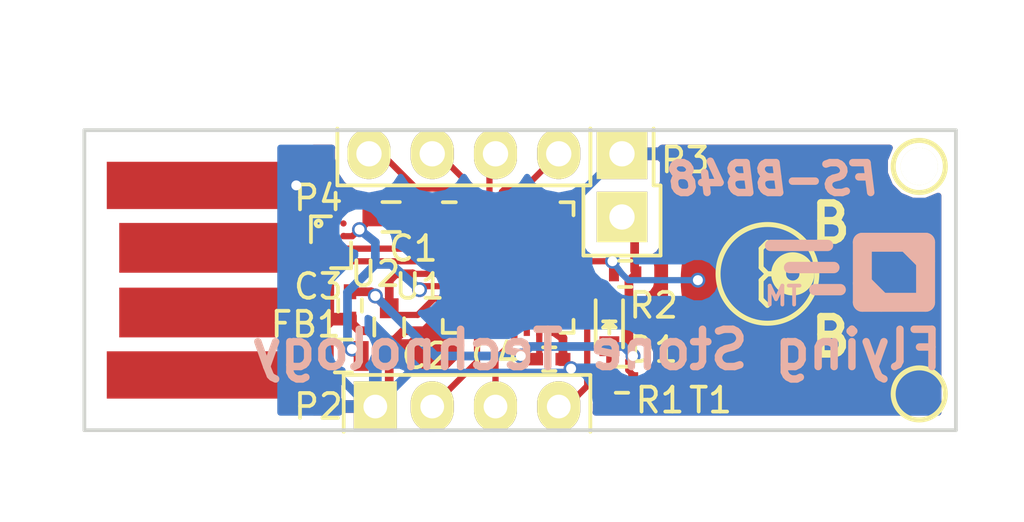
<source format=kicad_pcb>
(kicad_pcb (version 4) (host pcbnew 4.0.0~rc1a-stable)

  (general
    (links 37)
    (no_connects 0)
    (area 122.827 95.395 164.390619 116.799)
    (thickness 2)
    (drawings 20)
    (tracks 190)
    (zones 0)
    (modules 17)
    (nets 20)
  )

  (page A4)
  (layers
    (0 F.Cu signal)
    (31 B.Cu signal hide)
    (32 B.Adhes user)
    (33 F.Adhes user)
    (34 B.Paste user hide)
    (35 F.Paste user)
    (36 B.SilkS user hide)
    (37 F.SilkS user)
    (38 B.Mask user hide)
    (39 F.Mask user)
    (40 Dwgs.User user)
    (41 Cmts.User user)
    (42 Eco1.User user)
    (43 Eco2.User user)
    (44 Edge.Cuts user)
    (45 Margin user)
    (46 B.CrtYd user hide)
    (47 F.CrtYd user hide)
    (48 B.Fab user hide)
    (49 F.Fab user)
  )

  (setup
    (last_trace_width 0.25)
    (trace_clearance 0.2)
    (zone_clearance 0.508)
    (zone_45_only no)
    (trace_min 0.2)
    (segment_width 0.2)
    (edge_width 0.15)
    (via_size 0.6)
    (via_drill 0.4)
    (via_min_size 0.4)
    (via_min_drill 0.3)
    (uvia_size 0.3)
    (uvia_drill 0.1)
    (uvias_allowed no)
    (uvia_min_size 0.2)
    (uvia_min_drill 0.1)
    (pcb_text_width 0.3)
    (pcb_text_size 1.5 1.5)
    (mod_edge_width 0.15)
    (mod_text_size 1 1)
    (mod_text_width 0.15)
    (pad_size 2 2)
    (pad_drill 2)
    (pad_to_mask_clearance 0.2)
    (solder_mask_min_width 0.1)
    (aux_axis_origin 154.94 106.68)
    (grid_origin 154.94 106.68)
    (visible_elements 7FFFFBB7)
    (pcbplotparams
      (layerselection 0x010fc_80000001)
      (usegerberextensions false)
      (excludeedgelayer true)
      (linewidth 0.100000)
      (plotframeref false)
      (viasonmask false)
      (mode 1)
      (useauxorigin true)
      (hpglpennumber 1)
      (hpglpenspeed 20)
      (hpglpendiameter 15)
      (hpglpenoverlay 2)
      (psnegative false)
      (psa4output false)
      (plotreference true)
      (plotvalue false)
      (plotinvisibletext false)
      (padsonsilk false)
      (subtractmaskfromsilk false)
      (outputformat 1)
      (mirror false)
      (drillshape 0)
      (scaleselection 1)
      (outputdirectory tmp/))
  )

  (net 0 "")
  (net 1 GND)
  (net 2 +3V3)
  (net 3 "Net-(D1-Pad2)")
  (net 4 "Net-(U1-Pad1)")
  (net 5 /VBUS)
  (net 6 /LED)
  (net 7 /D+)
  (net 8 /D-)
  (net 9 /SWD_DIO)
  (net 10 /SWD_CLK)
  (net 11 /RESET)
  (net 12 /PTD4)
  (net 13 /PTD5)
  (net 14 /PTD6)
  (net 15 /PTD7)
  (net 16 /TOUCH)
  (net 17 /VBUS_)
  (net 18 /D+_)
  (net 19 /D-_)

  (net_class Default "This is the default net class."
    (clearance 0.2)
    (trace_width 0.25)
    (via_dia 0.6)
    (via_drill 0.4)
    (uvia_dia 0.3)
    (uvia_drill 0.1)
    (add_net /D+)
    (add_net /D+_)
    (add_net /D-)
    (add_net /D-_)
    (add_net /LED)
    (add_net /PTD4)
    (add_net /PTD5)
    (add_net /PTD6)
    (add_net /PTD7)
    (add_net /RESET)
    (add_net /SWD_CLK)
    (add_net /SWD_DIO)
    (add_net /TOUCH)
    (add_net /VBUS)
    (add_net /VBUS_)
    (add_net GND)
    (add_net "Net-(D1-Pad2)")
    (add_net "Net-(U1-Pad1)")
  )

  (net_class GND ""
    (clearance 0.2)
    (trace_width 0.7)
    (via_dia 0.6)
    (via_drill 0.4)
    (uvia_dia 0.3)
    (uvia_drill 0.1)
  )

  (net_class VBUS ""
    (clearance 0.2)
    (trace_width 0.35)
    (via_dia 0.6)
    (via_drill 0.4)
    (uvia_dia 0.3)
    (uvia_drill 0.1)
    (add_net +3V3)
  )

  (module fs-bb48:Pin_Header_Straight_1x04_A (layer F.Cu) (tedit 56988C5C) (tstamp 569977CF)
    (at 145.542 112.014 270)
    (descr "Through hole pin header")
    (tags "pin header")
    (path /56972C62)
    (fp_text reference P2 (at 0 9.652 360) (layer F.SilkS)
      (effects (font (size 1 1) (thickness 0.15)))
    )
    (fp_text value SWD (at 3.81 6.096 360) (layer F.Fab)
      (effects (font (size 1 1) (thickness 0.15)))
    )
    (fp_line (start -1.524 -1.524) (end -1.524 8.89) (layer F.CrtYd) (width 0.05))
    (fp_line (start 1.524 -1.524) (end 1.524 8.89) (layer F.CrtYd) (width 0.05))
    (fp_line (start -1.524 -1.524) (end 1.524 -1.524) (layer F.CrtYd) (width 0.05))
    (fp_line (start -1.524 8.89) (end 1.524 8.89) (layer F.CrtYd) (width 0.05))
    (fp_line (start -1.27 -1.27) (end -1.27 8.636) (layer F.SilkS) (width 0.15))
    (fp_line (start -1.27 8.636) (end 1.016 8.636) (layer F.SilkS) (width 0.15))
    (fp_line (start 1.016 -1.27) (end -1.27 -1.27) (layer F.SilkS) (width 0.15))
    (pad 4 thru_hole rect (at 0 7.366 270) (size 2.032 1.7272) (drill 0.9525) (layers *.Cu *.Mask F.SilkS)
      (net 1 GND))
    (pad 2 thru_hole oval (at 0 2.54 270) (size 2.032 1.7272) (drill 0.9525) (layers *.Cu *.Mask F.SilkS)
      (net 9 /SWD_DIO))
    (pad 3 thru_hole oval (at 0 5.08 270) (size 2.032 1.7272) (drill 0.9525) (layers *.Cu *.Mask F.SilkS)
      (net 10 /SWD_CLK))
    (pad 1 thru_hole oval (at 0 0 270) (size 2.032 1.7272) (drill 0.9525) (layers *.Cu *.Mask F.SilkS)
      (net 11 /RESET))
    (model Pin_Headers.3dshapes/Pin_Header_Straight_1x04.wrl
      (at (xyz 0 -0.15 0))
      (scale (xyz 1 1 1))
      (rotate (xyz 0 0 90))
    )
  )

  (module fs-bb48:Inductor_SM0603 (layer F.Cu) (tedit 5699A5F2) (tstamp 569977BC)
    (at 136.906 109.982)
    (descr "Neosid, Inductor, SM0603CG, Festinduktivitaet, SMD,")
    (tags "Neosid, Inductor, SM0603CG, Festinduktivitaet, SMD,")
    (path /5695EDFA)
    (attr smd)
    (fp_text reference FB1 (at -1.524 -1.27) (layer F.SilkS)
      (effects (font (size 1 1) (thickness 0.15)))
    )
    (fp_text value 330ohm (at -0.762 4.318) (layer F.Fab)
      (effects (font (size 1 1) (thickness 0.15)))
    )
    (fp_line (start -0.3556 0.6604) (end 0.3302 0.6604) (layer F.SilkS) (width 0.15))
    (fp_line (start -0.3556 -0.6604) (end 0.3302 -0.6604) (layer F.SilkS) (width 0.15))
    (fp_line (start -1.0668 -0.6604) (end 1.0668 -0.6604) (layer F.CrtYd) (width 0.05))
    (fp_line (start 1.0668 -0.6604) (end 1.0668 0.6604) (layer F.CrtYd) (width 0.05))
    (fp_line (start 1.0668 0.6604) (end -1.0668 0.6604) (layer F.CrtYd) (width 0.05))
    (fp_line (start -1.0668 0.6604) (end -1.0668 -0.6604) (layer F.CrtYd) (width 0.05))
    (pad 2 smd rect (at 0.70104 0) (size 0.59944 1.19888) (layers F.Cu F.Paste F.Mask)
      (net 5 /VBUS))
    (pad 1 smd rect (at -0.70104 0) (size 0.59944 1.19888) (layers F.Cu F.Paste F.Mask)
      (net 17 /VBUS_))
  )

  (module Capacitors_SMD:C_0402 (layer F.Cu) (tedit 56988C66) (tstamp 569977A5)
    (at 145.161 110.109)
    (descr "Capacitor SMD 0402, reflow soldering, AVX (see smccp.pdf)")
    (tags "capacitor 0402")
    (path /5695EAF1)
    (attr smd)
    (fp_text reference C4 (at -2.159 -0.127) (layer F.SilkS)
      (effects (font (size 1 1) (thickness 0.15)))
    )
    (fp_text value 0.1uF (at -0.381 5.715) (layer F.Fab)
      (effects (font (size 1 1) (thickness 0.15)))
    )
    (fp_line (start -1.15 -0.6) (end 1.15 -0.6) (layer F.CrtYd) (width 0.05))
    (fp_line (start -1.15 0.6) (end 1.15 0.6) (layer F.CrtYd) (width 0.05))
    (fp_line (start -1.15 -0.6) (end -1.15 0.6) (layer F.CrtYd) (width 0.05))
    (fp_line (start 1.15 -0.6) (end 1.15 0.6) (layer F.CrtYd) (width 0.05))
    (fp_line (start 0.25 -0.475) (end -0.25 -0.475) (layer F.SilkS) (width 0.15))
    (fp_line (start -0.25 0.475) (end 0.25 0.475) (layer F.SilkS) (width 0.15))
    (pad 1 smd rect (at -0.55 0) (size 0.6 0.5) (layers F.Cu F.Paste F.Mask)
      (net 2 +3V3))
    (pad 2 smd rect (at 0.55 0) (size 0.6 0.5) (layers F.Cu F.Paste F.Mask)
      (net 1 GND))
    (model Capacitors_SMD.3dshapes/C_0402.wrl
      (at (xyz 0 0 0))
      (scale (xyz 1 1 1))
      (rotate (xyz 0 0 0))
    )
  )

  (module fs-bb48:usb-PCB (layer F.Cu) (tedit 56988C1D) (tstamp 569A8BD0)
    (at 126.492 106.934 270)
    (path /56973BD9)
    (attr virtual)
    (fp_text reference P1 (at -7.112 -1.27 360) (layer F.SilkS) hide
      (effects (font (size 1.5 1.5) (thickness 0.15)))
    )
    (fp_text value USB (at -3.556 1.016 270) (layer F.SilkS) hide
      (effects (font (size 1.5 1.5) (thickness 0.15)))
    )
    (fp_line (start 6.03 0) (end 6.03 -12) (layer Dwgs.User) (width 0.15))
    (fp_line (start 6.03 0) (end -6.03 0) (layer Dwgs.User) (width 0.15))
    (fp_line (start -6.03 0) (end -6.03 -12) (layer Dwgs.User) (width 0.15))
    (pad 1 connect rect (at 3.81 -4.9 270) (size 1.9 8) (layers F.Cu F.Mask)
      (net 17 /VBUS_))
    (pad 4 connect rect (at -3.81 -4.9 270) (size 1.9 8) (layers F.Cu F.Mask)
      (net 1 GND))
    (pad 3 connect rect (at -1.3 -5.15 270) (size 2 7.5) (layers F.Cu F.Mask)
      (net 18 /D+_))
    (pad 2 connect rect (at 1.3 -5.15 270) (size 2 7.5) (layers F.Cu F.Mask)
      (net 19 /D-_))
  )

  (module fs-bb48:TOUCH_PAD_9mm (layer F.Cu) (tedit 5699A8DE) (tstamp 569A8C73)
    (at 154.94 106.934 270)
    (path /56972751)
    (fp_text reference T1 (at 4.826 3.302 360) (layer F.SilkS)
      (effects (font (size 1 1) (thickness 0.15)))
    )
    (fp_text value TOUCH_PAD (at -7.874 0 360) (layer F.Fab)
      (effects (font (size 1 1) (thickness 0.15)))
    )
    (pad 1 smd circle (at 0 0 270) (size 9 9) (layers F.Cu F.Paste F.Mask)
      (net 16 /TOUCH) (solder_mask_margin -9) (solder_paste_margin -9) (solder_paste_margin_ratio -0.5) (clearance 0.5))
  )

  (module fs-bb48:C_0603 (layer F.Cu) (tedit 5699A561) (tstamp 56997781)
    (at 138.811 104.394)
    (descr "Capacitor SMD 0603, reflow soldering, AVX (see smccp.pdf)")
    (tags "capacitor 0603")
    (path /5695EB00)
    (attr smd)
    (fp_text reference C1 (at 0.889 1.27) (layer F.SilkS)
      (effects (font (size 1 1) (thickness 0.15)))
    )
    (fp_text value 2.2uF (at 0.889 -7.874) (layer F.Fab)
      (effects (font (size 1 1) (thickness 0.15)))
    )
    (fp_line (start -1.45 -0.75) (end 1.45 -0.75) (layer F.CrtYd) (width 0.05))
    (fp_line (start -1.45 0.75) (end 1.45 0.75) (layer F.CrtYd) (width 0.05))
    (fp_line (start -1.45 -0.75) (end -1.45 0.75) (layer F.CrtYd) (width 0.05))
    (fp_line (start 1.45 -0.75) (end 1.45 0.75) (layer F.CrtYd) (width 0.05))
    (fp_line (start -0.35 -0.6) (end 0.35 -0.6) (layer F.SilkS) (width 0.15))
    (fp_line (start 0.35 0.6) (end -0.35 0.6) (layer F.SilkS) (width 0.15))
    (pad 1 smd rect (at -0.75 0) (size 0.8 0.75) (layers F.Cu F.Paste F.Mask)
      (net 5 /VBUS))
    (pad 2 smd rect (at 0.75 0) (size 0.8 0.75) (layers F.Cu F.Paste F.Mask)
      (net 1 GND))
    (model Capacitors_SMD.3dshapes/C_0603.wrl
      (at (xyz 0 0 0))
      (scale (xyz 1 1 1))
      (rotate (xyz 0 0 0))
    )
  )

  (module fs-bb48:C_0402 (layer F.Cu) (tedit 5699A5D0) (tstamp 56997799)
    (at 137.16 107.95 270)
    (descr "Capacitor SMD 0402, reflow soldering, AVX (see smccp.pdf)")
    (tags "capacitor 0402")
    (path /5695EAE2)
    (attr smd)
    (fp_text reference C3 (at -0.762 1.27 360) (layer F.SilkS)
      (effects (font (size 1 1) (thickness 0.15)))
    )
    (fp_text value 0.1uF (at 0 13.208 270) (layer F.Fab)
      (effects (font (size 1 1) (thickness 0.15)))
    )
    (fp_line (start -1.15 -0.6) (end 1.15 -0.6) (layer F.CrtYd) (width 0.05))
    (fp_line (start -1.15 0.6) (end 1.15 0.6) (layer F.CrtYd) (width 0.05))
    (fp_line (start -1.15 -0.6) (end -1.15 0.6) (layer F.CrtYd) (width 0.05))
    (fp_line (start 1.15 -0.6) (end 1.15 0.6) (layer F.CrtYd) (width 0.05))
    (fp_line (start 0.25 -0.475) (end -0.25 -0.475) (layer F.SilkS) (width 0.15))
    (fp_line (start -0.25 0.475) (end 0.25 0.475) (layer F.SilkS) (width 0.15))
    (pad 1 smd rect (at -0.55 0 270) (size 0.6 0.5) (layers F.Cu F.Paste F.Mask)
      (net 2 +3V3))
    (pad 2 smd rect (at 0.55 0 270) (size 0.6 0.5) (layers F.Cu F.Paste F.Mask)
      (net 1 GND))
    (model Capacitors_SMD.3dshapes/C_0402.wrl
      (at (xyz 0 0 0))
      (scale (xyz 1 1 1))
      (rotate (xyz 0 0 0))
    )
  )

  (module fs-bb48:C_0603 (layer F.Cu) (tedit 56988CD5) (tstamp 5699778D)
    (at 138.7348 108.8136 270)
    (descr "Capacitor SMD 0603, reflow soldering, AVX (see smccp.pdf)")
    (tags "capacitor 0603")
    (path /5695EAD3)
    (attr smd)
    (fp_text reference C2 (at 1.1684 -1.4732 360) (layer F.SilkS)
      (effects (font (size 1 1) (thickness 0.15)))
    )
    (fp_text value 2.2uF (at 2.1844 13.0048 270) (layer F.Fab)
      (effects (font (size 1 1) (thickness 0.15)))
    )
    (fp_line (start -1.45 -0.75) (end 1.45 -0.75) (layer F.CrtYd) (width 0.05))
    (fp_line (start -1.45 0.75) (end 1.45 0.75) (layer F.CrtYd) (width 0.05))
    (fp_line (start -1.45 -0.75) (end -1.45 0.75) (layer F.CrtYd) (width 0.05))
    (fp_line (start 1.45 -0.75) (end 1.45 0.75) (layer F.CrtYd) (width 0.05))
    (fp_line (start -0.35 -0.6) (end 0.35 -0.6) (layer F.SilkS) (width 0.15))
    (fp_line (start 0.35 0.6) (end -0.35 0.6) (layer F.SilkS) (width 0.15))
    (pad 1 smd rect (at -0.75 0 270) (size 0.8 0.75) (layers F.Cu F.Paste F.Mask)
      (net 2 +3V3))
    (pad 2 smd rect (at 0.75 0 270) (size 0.8 0.75) (layers F.Cu F.Paste F.Mask)
      (net 1 GND))
    (model Capacitors_SMD.3dshapes/C_0603.wrl
      (at (xyz 0 0 0))
      (scale (xyz 1 1 1))
      (rotate (xyz 0 0 0))
    )
  )

  (module fs-bb48:R_0402 (layer F.Cu) (tedit 56988CFB) (tstamp 5699780B)
    (at 148.209 106.68 180)
    (descr "Resistor SMD 0402, reflow soldering, Vishay (see dcrcw.pdf)")
    (tags "resistor 0402")
    (path /5695EEA4)
    (attr smd)
    (fp_text reference R2 (at -1.143 -1.27 180) (layer F.SilkS)
      (effects (font (size 1 1) (thickness 0.15)))
    )
    (fp_text value 1M (at -14.859 0 180) (layer F.Fab)
      (effects (font (size 1 1) (thickness 0.15)))
    )
    (fp_line (start -0.95 -0.65) (end 0.95 -0.65) (layer F.CrtYd) (width 0.05))
    (fp_line (start -0.95 0.65) (end 0.95 0.65) (layer F.CrtYd) (width 0.05))
    (fp_line (start -0.95 -0.65) (end -0.95 0.65) (layer F.CrtYd) (width 0.05))
    (fp_line (start 0.95 -0.65) (end 0.95 0.65) (layer F.CrtYd) (width 0.05))
    (fp_line (start 0.25 -0.525) (end -0.25 -0.525) (layer F.SilkS) (width 0.15))
    (fp_line (start -0.25 0.525) (end 0.25 0.525) (layer F.SilkS) (width 0.15))
    (pad 1 smd rect (at -0.45 0 180) (size 0.4 0.6) (layers F.Cu F.Paste F.Mask)
      (net 2 +3V3))
    (pad 2 smd rect (at 0.45 0 180) (size 0.4 0.6) (layers F.Cu F.Paste F.Mask)
      (net 16 /TOUCH))
    (model Resistors_SMD.3dshapes/R_0402.wrl
      (at (xyz 0 0 0))
      (scale (xyz 1 1 1))
      (rotate (xyz 0 0 0))
    )
  )

  (module fs-bb48:R_0402 (layer F.Cu) (tedit 5699A8E9) (tstamp 569977FF)
    (at 148.082 110.9345)
    (descr "Resistor SMD 0402, reflow soldering, Vishay (see dcrcw.pdf)")
    (tags "resistor 0402")
    (path /5695EE95)
    (attr smd)
    (fp_text reference R1 (at 1.524 0.8255) (layer F.SilkS)
      (effects (font (size 1 1) (thickness 0.15)))
    )
    (fp_text value 510R (at 2.54 4.8895) (layer F.Fab)
      (effects (font (size 1 1) (thickness 0.15)))
    )
    (fp_line (start -0.95 -0.65) (end 0.95 -0.65) (layer F.CrtYd) (width 0.05))
    (fp_line (start -0.95 0.65) (end 0.95 0.65) (layer F.CrtYd) (width 0.05))
    (fp_line (start -0.95 -0.65) (end -0.95 0.65) (layer F.CrtYd) (width 0.05))
    (fp_line (start 0.95 -0.65) (end 0.95 0.65) (layer F.CrtYd) (width 0.05))
    (fp_line (start 0.25 -0.525) (end -0.25 -0.525) (layer F.SilkS) (width 0.15))
    (fp_line (start -0.25 0.525) (end 0.25 0.525) (layer F.SilkS) (width 0.15))
    (pad 1 smd rect (at -0.45 0) (size 0.4 0.6) (layers F.Cu F.Paste F.Mask)
      (net 3 "Net-(D1-Pad2)"))
    (pad 2 smd rect (at 0.45 0) (size 0.4 0.6) (layers F.Cu F.Paste F.Mask)
      (net 2 +3V3))
    (model Resistors_SMD.3dshapes/R_0402.wrl
      (at (xyz 0 0 0))
      (scale (xyz 1 1 1))
      (rotate (xyz 0 0 0))
    )
  )

  (module fs-bb48:LED-0603 (layer F.Cu) (tedit 56988D06) (tstamp 569977B6)
    (at 147.574 108.839 270)
    (descr "LED 0603 smd package")
    (tags "LED led 0603 SMD smd SMT smt smdled SMDLED smtled SMTLED")
    (path /5695EE84)
    (attr smd)
    (fp_text reference D1 (at 0.889 -1.778 360) (layer F.SilkS)
      (effects (font (size 1 1) (thickness 0.15)))
    )
    (fp_text value LED (at 0.381 -15.494 270) (layer F.Fab)
      (effects (font (size 1 1) (thickness 0.15)))
    )
    (fp_line (start -1.1 0.55) (end 0.8 0.55) (layer F.SilkS) (width 0.15))
    (fp_line (start -1.1 -0.55) (end 0.8 -0.55) (layer F.SilkS) (width 0.15))
    (fp_line (start -0.2 0) (end 0.25 0) (layer F.SilkS) (width 0.15))
    (fp_line (start -0.25 -0.25) (end -0.25 0.25) (layer F.SilkS) (width 0.15))
    (fp_line (start -0.25 0) (end 0 -0.25) (layer F.SilkS) (width 0.15))
    (fp_line (start 0 -0.25) (end 0 0.25) (layer F.SilkS) (width 0.15))
    (fp_line (start 0 0.25) (end -0.25 0) (layer F.SilkS) (width 0.15))
    (fp_line (start 1.4 -0.75) (end 1.4 0.75) (layer F.CrtYd) (width 0.05))
    (fp_line (start 1.4 0.75) (end -1.4 0.75) (layer F.CrtYd) (width 0.05))
    (fp_line (start -1.4 0.75) (end -1.4 -0.75) (layer F.CrtYd) (width 0.05))
    (fp_line (start -1.4 -0.75) (end 1.4 -0.75) (layer F.CrtYd) (width 0.05))
    (pad 2 smd rect (at 0.7493 0 90) (size 0.79756 0.79756) (layers F.Cu F.Paste F.Mask)
      (net 3 "Net-(D1-Pad2)"))
    (pad 1 smd rect (at -0.7493 0 90) (size 0.79756 0.79756) (layers F.Cu F.Paste F.Mask)
      (net 6 /LED))
  )

  (module fs-bb48:Pin_Header_Straight_1x02 (layer F.Cu) (tedit 5699A4EC) (tstamp 569977E0)
    (at 148.082 104.394 180)
    (descr "Through hole pin header")
    (tags "pin header")
    (path /5697320D)
    (fp_text reference P3 (at -2.54 2.286 180) (layer F.SilkS)
      (effects (font (size 1 1) (thickness 0.15)))
    )
    (fp_text value PWR (at -0.508 7.874 180) (layer F.Fab)
      (effects (font (size 1 1) (thickness 0.15)))
    )
    (fp_line (start 1.27 1.27) (end 1.524 1.27) (layer F.SilkS) (width 0.15))
    (fp_line (start -1.524 1.27) (end -1.27 1.27) (layer F.SilkS) (width 0.15))
    (fp_line (start 1.27 1.27) (end 1.27 3.556) (layer F.SilkS) (width 0.15))
    (fp_line (start 1.55 -1.55) (end 1.55 1.27) (layer F.SilkS) (width 0.15))
    (fp_line (start -1.524 -1.524) (end -1.524 4.064) (layer F.CrtYd) (width 0.05))
    (fp_line (start 1.524 -1.524) (end 1.524 4.064) (layer F.CrtYd) (width 0.05))
    (fp_line (start -1.524 -1.524) (end 1.524 -1.524) (layer F.CrtYd) (width 0.05))
    (fp_line (start -1.524 4.064) (end 1.524 4.064) (layer F.CrtYd) (width 0.05))
    (fp_line (start -1.55 1.27) (end -1.55 -1.55) (layer F.SilkS) (width 0.15))
    (fp_line (start -1.55 -1.55) (end 1.55 -1.55) (layer F.SilkS) (width 0.15))
    (fp_line (start -1.27 1.27) (end -1.27 3.556) (layer F.SilkS) (width 0.15))
    (pad 1 thru_hole rect (at 0 0 180) (size 2.032 2.032) (drill 1.016) (layers *.Cu *.Mask F.SilkS)
      (net 2 +3V3))
    (pad 2 thru_hole rect (at 0 2.54 180) (size 2.032 2.032) (drill 1.016) (layers *.Cu *.Mask F.SilkS)
      (net 1 GND))
    (model Pin_Headers.3dshapes/Pin_Header_Straight_1x02.wrl
      (at (xyz 0 -0.05 0))
      (scale (xyz 1 1 1))
      (rotate (xyz 0 0 90))
    )
  )

  (module fs-bb48:Pin_Header_Straight_1x04 (layer F.Cu) (tedit 5699A5AC) (tstamp 569977F3)
    (at 145.542 101.854 270)
    (descr "Through hole pin header")
    (tags "pin header")
    (path /56973E49)
    (fp_text reference P4 (at 1.778 9.652 360) (layer F.SilkS)
      (effects (font (size 1 1) (thickness 0.15)))
    )
    (fp_text value EXT (at -2.794 0.762 360) (layer F.Fab)
      (effects (font (size 1 1) (thickness 0.15)))
    )
    (fp_line (start -1.524 -1.524) (end -1.524 9.144) (layer F.CrtYd) (width 0.05))
    (fp_line (start 1.524 -1.524) (end 1.524 9.144) (layer F.CrtYd) (width 0.05))
    (fp_line (start -1.524 -1.524) (end 1.524 -1.524) (layer F.CrtYd) (width 0.05))
    (fp_line (start -1.524 9.144) (end 1.524 9.144) (layer F.CrtYd) (width 0.05))
    (fp_line (start 1.27 -1.27) (end 1.27 8.89) (layer F.SilkS) (width 0.15))
    (fp_line (start -1.016 8.89) (end 1.27 8.89) (layer F.SilkS) (width 0.15))
    (fp_line (start 1.27 -1.27) (end -1.016 -1.27) (layer F.SilkS) (width 0.15))
    (pad 1 thru_hole oval (at 0 0 270) (size 2.032 1.7272) (drill 1.016) (layers *.Cu *.Mask F.SilkS)
      (net 12 /PTD4))
    (pad 2 thru_hole oval (at 0 2.54 270) (size 2.032 1.7272) (drill 1.016) (layers *.Cu *.Mask F.SilkS)
      (net 13 /PTD5))
    (pad 3 thru_hole oval (at 0 5.08 270) (size 2.032 1.7272) (drill 1.016) (layers *.Cu *.Mask F.SilkS)
      (net 14 /PTD6))
    (pad 4 thru_hole oval (at 0 7.62 270) (size 2.032 1.7272) (drill 1.016) (layers *.Cu *.Mask F.SilkS)
      (net 15 /PTD7))
    (model Pin_Headers.3dshapes/Pin_Header_Straight_1x04.wrl
      (at (xyz 0 -0.15 0))
      (scale (xyz 1 1 1))
      (rotate (xyz 0 0 90))
    )
  )

  (module fs-bb48:FST-LOGO (layer B.Cu) (tedit 4E9F9552) (tstamp 569B1538)
    (at 159.004 106.68 180)
    (fp_text reference FST-LOGO (at 0 1.27 180) (layer B.SilkS) hide
      (effects (font (size 0.1524 0.1524) (thickness 0.0381)) (justify mirror))
    )
    (fp_text value VAL** (at 0 -1.143 180) (layer B.SilkS) hide
      (effects (font (size 0.20574 0.2032) (thickness 0.0508)) (justify mirror))
    )
    (fp_line (start 2.413 0.254) (end 4.191 0.254) (layer B.SilkS) (width 0.4572))
    (fp_line (start 2.667 1.143) (end 4.953 1.143) (layer B.SilkS) (width 0.4572))
    (fp_line (start 2.159 -0.635) (end 3.175 -0.635) (layer B.SilkS) (width 0.4572))
    (fp_line (start -1.27 1.27) (end 1.27 1.27) (layer B.SilkS) (width 0.762))
    (fp_line (start 1.27 1.27) (end 1.27 -1.143) (layer B.SilkS) (width 0.762))
    (fp_line (start 1.27 -1.143) (end -1.27 -1.143) (layer B.SilkS) (width 0.762))
    (fp_line (start -1.27 -1.143) (end -1.27 1.27) (layer B.SilkS) (width 0.762))
    (fp_line (start 1.27 -0.381) (end 0.508 -1.143) (layer B.SilkS) (width 0.762))
    (fp_line (start -0.508 1.27) (end -1.27 0.508) (layer B.SilkS) (width 0.762))
    (fp_text user TM (at 4.445 -0.889 180) (layer B.SilkS)
      (effects (font (size 0.762 0.762) (thickness 0.1524)) (justify mirror))
    )
  )

  (module fs-bb48:Hole (layer F.Cu) (tedit 5698A3F5) (tstamp 569D3A4C)
    (at 160.02 102.362)
    (fp_text reference H1 (at 2.54 1.524) (layer F.SilkS) hide
      (effects (font (size 1 1) (thickness 0.15)))
    )
    (fp_text value 2mm (at 2.032 -1.27) (layer F.Fab) hide
      (effects (font (size 1 1) (thickness 0.15)))
    )
    (pad "" np_thru_hole circle (at 0 0) (size 1.5 1.5) (drill 1.5) (layers *.Cu *.Mask F.SilkS))
  )

  (module fs-bb48:QFN-32-1EP_5x5mm_Pitch0.5mm (layer F.Cu) (tedit 5699A59D) (tstamp 5699783E)
    (at 143.51 106.426)
    (descr "UH Package; 32-Lead Plastic QFN (5mm x 5mm); (see Linear Technology QFN_32_05-08-1693.pdf)")
    (tags "QFN 0.5")
    (path /568F7373)
    (attr smd)
    (fp_text reference U1 (at -3.556 0.762) (layer F.SilkS)
      (effects (font (size 1 1) (thickness 0.15)))
    )
    (fp_text value MKL27Z256VFM4 (at 2.54 7.874) (layer F.Fab)
      (effects (font (size 1 1) (thickness 0.15)))
    )
    (fp_line (start -3 -3) (end -3 3) (layer F.CrtYd) (width 0.05))
    (fp_line (start 3 -3) (end 3 3) (layer F.CrtYd) (width 0.05))
    (fp_line (start -3 -3) (end 3 -3) (layer F.CrtYd) (width 0.05))
    (fp_line (start -3 3) (end 3 3) (layer F.CrtYd) (width 0.05))
    (fp_line (start 2.625 -2.625) (end 2.625 -2.1) (layer F.SilkS) (width 0.15))
    (fp_line (start -2.625 2.625) (end -2.625 2.1) (layer F.SilkS) (width 0.15))
    (fp_line (start 2.625 2.625) (end 2.625 2.1) (layer F.SilkS) (width 0.15))
    (fp_line (start -2.625 -2.625) (end -2.1 -2.625) (layer F.SilkS) (width 0.15))
    (fp_line (start -2.625 2.625) (end -2.1 2.625) (layer F.SilkS) (width 0.15))
    (fp_line (start 2.625 2.625) (end 2.1 2.625) (layer F.SilkS) (width 0.15))
    (fp_line (start 2.625 -2.625) (end 2.1 -2.625) (layer F.SilkS) (width 0.15))
    (pad 1 smd rect (at -2.4 -1.75) (size 0.6 0.25) (layers F.Cu F.Paste F.Mask)
      (net 4 "Net-(U1-Pad1)") (solder_mask_margin 0.3))
    (pad 2 smd rect (at -2.4 -1.25) (size 0.7 0.25) (layers F.Cu F.Paste F.Mask)
      (net 1 GND))
    (pad 3 smd rect (at -2.4 -0.75) (size 0.7 0.25) (layers F.Cu F.Paste F.Mask)
      (net 7 /D+))
    (pad 4 smd rect (at -2.4 -0.25) (size 0.7 0.25) (layers F.Cu F.Paste F.Mask)
      (net 8 /D-))
    (pad 5 smd rect (at -2.4 0.25) (size 0.7 0.25) (layers F.Cu F.Paste F.Mask)
      (net 2 +3V3))
    (pad 6 smd rect (at -2.4 0.75) (size 0.7 0.25) (layers F.Cu F.Paste F.Mask)
      (net 5 /VBUS))
    (pad 7 smd rect (at -2.4 1.25) (size 0.7 0.25) (layers F.Cu F.Paste F.Mask)
      (net 2 +3V3))
    (pad 8 smd rect (at -2.4 1.75) (size 0.7 0.25) (layers F.Cu F.Paste F.Mask)
      (net 1 GND))
    (pad 9 smd rect (at -1.75 2.4 90) (size 0.6 0.25) (layers F.Cu F.Paste F.Mask)
      (solder_mask_margin 0.3))
    (pad 10 smd rect (at -1.25 2.4 90) (size 0.7 0.25) (layers F.Cu F.Paste F.Mask)
      (net 10 /SWD_CLK))
    (pad 11 smd rect (at -0.75 2.4 90) (size 0.7 0.25) (layers F.Cu F.Paste F.Mask))
    (pad 12 smd rect (at -0.25 2.4 90) (size 0.7 0.25) (layers F.Cu F.Paste F.Mask))
    (pad 13 smd rect (at 0.25 2.4 90) (size 0.7 0.25) (layers F.Cu F.Paste F.Mask)
      (net 9 /SWD_DIO))
    (pad 14 smd rect (at 0.75 2.4 90) (size 0.7 0.25) (layers F.Cu F.Paste F.Mask))
    (pad 15 smd rect (at 1.25 2.4 90) (size 0.7 0.25) (layers F.Cu F.Paste F.Mask)
      (net 2 +3V3))
    (pad 16 smd rect (at 1.75 2.4 90) (size 0.7 0.25) (layers F.Cu F.Paste F.Mask)
      (net 1 GND))
    (pad 17 smd rect (at 2.4 1.75) (size 0.6 0.25) (layers F.Cu F.Paste F.Mask)
      (solder_mask_margin 0.3))
    (pad 18 smd rect (at 2.4 1.25) (size 0.7 0.25) (layers F.Cu F.Paste F.Mask))
    (pad 19 smd rect (at 2.4 0.75) (size 0.7 0.25) (layers F.Cu F.Paste F.Mask)
      (net 11 /RESET))
    (pad 20 smd rect (at 2.4 0.25) (size 0.7 0.25) (layers F.Cu F.Paste F.Mask)
      (net 6 /LED))
    (pad 21 smd rect (at 2.4 -0.25) (size 0.7 0.25) (layers F.Cu F.Paste F.Mask)
      (net 16 /TOUCH))
    (pad 22 smd rect (at 2.4 -0.75) (size 0.7 0.25) (layers F.Cu F.Paste F.Mask))
    (pad 23 smd rect (at 2.4 -1.25) (size 0.7 0.25) (layers F.Cu F.Paste F.Mask))
    (pad 24 smd rect (at 2.4 -1.75) (size 0.7 0.25) (layers F.Cu F.Paste F.Mask))
    (pad 25 smd rect (at 1.75 -2.4 90) (size 0.6 0.25) (layers F.Cu F.Paste F.Mask)
      (solder_mask_margin 0.3))
    (pad 26 smd rect (at 1.25 -2.4 90) (size 0.7 0.25) (layers F.Cu F.Paste F.Mask))
    (pad 27 smd rect (at 0.75 -2.4 90) (size 0.7 0.25) (layers F.Cu F.Paste F.Mask))
    (pad 28 smd rect (at 0.25 -2.4 90) (size 0.7 0.25) (layers F.Cu F.Paste F.Mask))
    (pad 29 smd rect (at -0.25 -2.4 90) (size 0.7 0.25) (layers F.Cu F.Paste F.Mask)
      (net 12 /PTD4))
    (pad 30 smd rect (at -0.75 -2.4 90) (size 0.7 0.25) (layers F.Cu F.Paste F.Mask)
      (net 13 /PTD5))
    (pad 31 smd rect (at -1.25 -2.4 90) (size 0.7 0.25) (layers F.Cu F.Paste F.Mask)
      (net 14 /PTD6))
    (pad 32 smd rect (at -1.75 -2.4 90) (size 0.7 0.25) (layers F.Cu F.Paste F.Mask)
      (net 15 /PTD7))
    (pad 33 smd rect (at 0.8625 0.8625) (size 1.525 1.525) (layers F.Cu F.Paste F.Mask)
      (solder_mask_margin 0.25) (solder_paste_margin_ratio -0.1))
    (pad 33 smd rect (at 0.8625 -0.8625) (size 1.525 1.525) (layers F.Cu F.Paste F.Mask)
      (solder_mask_margin 0.25) (solder_paste_margin_ratio -0.1))
    (pad 33 smd rect (at -0.8625 0.8625) (size 1.525 1.525) (layers F.Cu F.Paste F.Mask)
      (solder_mask_margin 0.25) (solder_paste_margin_ratio -0.1))
    (pad 33 smd rect (at -0.8625 -0.8625) (size 1.525 1.525) (layers F.Cu F.Paste F.Mask)
      (solder_mask_margin 0.25) (solder_paste_margin_ratio -0.1))
    (model Housings_DFN_QFN.3dshapes/QFN-32-1EP_5x5mm_Pitch0.5mm.wrl
      (at (xyz 0 0 0))
      (scale (xyz 1 1 1))
      (rotate (xyz 0 0 0))
    )
  )

  (module fs-bb48:BGA-11 (layer F.Cu) (tedit 5699A57C) (tstamp 569A8957)
    (at 136.398 105.41)
    (path /5695E3AB)
    (fp_text reference U2 (at 1.778 1.27) (layer F.SilkS)
      (effects (font (size 1 1) (thickness 0.15)))
    )
    (fp_text value EMIF02-USB03F2 (at 0 -6.35) (layer F.Fab)
      (effects (font (size 1 1) (thickness 0.15)))
    )
    (fp_line (start -0.7366 0.9779) (end 0.7366 0.9779) (layer F.CrtYd) (width 0.05))
    (fp_line (start 0.7366 0.9779) (end 0.7366 -1.0033) (layer F.CrtYd) (width 0.05))
    (fp_line (start 0.7366 -1.0033) (end -0.7366 -1.0033) (layer F.CrtYd) (width 0.05))
    (fp_line (start -0.7366 -1.0033) (end -0.7366 0.9779) (layer F.CrtYd) (width 0.05))
    (fp_circle (center -0.5 -0.7555) (end -0.54 -0.7355) (layer F.SilkS) (width 0.15))
    (fp_line (start -0.8062 -1.0417) (end 0 -1.0417) (layer F.SilkS) (width 0.15))
    (fp_line (start 0.8062 -0.0005) (end 0.8062 1.0407) (layer F.SilkS) (width 0.15))
    (fp_line (start 0.8062 1.0407) (end 0 1.0407) (layer F.SilkS) (width 0.15))
    (fp_line (start -0.8062 -0.0005) (end -0.8062 -1.0417) (layer F.SilkS) (width 0.15))
    (pad C3 smd circle (at 0.5 0.2445) (size 0.25 0.25) (layers F.Cu F.Paste F.Mask)
      (net 7 /D+) (solder_mask_margin 0.13) (solder_paste_margin 0.025) (clearance 0.05))
    (pad D3 smd circle (at 0.5 0.7445) (size 0.25 0.25) (layers F.Cu F.Paste F.Mask)
      (net 8 /D-) (solder_mask_margin 0.13) (solder_paste_margin 0.025) (clearance 0.05))
    (pad B3 smd circle (at 0.5 -0.2555) (size 0.25 0.25) (layers F.Cu F.Paste F.Mask)
      (net 5 /VBUS) (solder_mask_margin 0.13) (solder_paste_margin 0.025) (clearance 0.05))
    (pad A3 smd circle (at 0.5 -0.7555) (size 0.25 0.25) (layers F.Cu F.Paste F.Mask)
      (solder_mask_margin 0.13) (solder_paste_margin 0.025) (clearance 0.05))
    (pad A2 smd circle (at 0 -0.7555) (size 0.25 0.25) (layers F.Cu F.Paste F.Mask)
      (solder_mask_margin 0.13) (solder_paste_margin 0.025) (clearance 0.05))
    (pad B2 smd circle (at 0 -0.2555) (size 0.25 0.25) (layers F.Cu F.Paste F.Mask)
      (solder_mask_margin 0.13) (solder_paste_margin 0.025) (clearance 0.05))
    (pad C1 smd circle (at -0.5 0.2445) (size 0.25 0.25) (layers F.Cu F.Paste F.Mask)
      (net 18 /D+_) (solder_mask_margin 0.13) (solder_paste_margin 0.025) (clearance 0.05))
    (pad D1 smd circle (at -0.5 0.7445) (size 0.25 0.25) (layers F.Cu F.Paste F.Mask)
      (net 19 /D-_) (solder_mask_margin 0.13) (solder_paste_margin 0.025) (clearance 0.05))
    (pad D2 smd circle (at 0 0.7445) (size 0.25 0.25) (layers F.Cu F.Paste F.Mask)
      (net 1 GND) (solder_mask_margin 0.13) (solder_paste_margin 0.025) (clearance 0.05))
    (pad C2 smd circle (at 0 0.2445) (size 0.25 0.25) (layers F.Cu F.Paste F.Mask)
      (solder_mask_margin 0.13) (solder_paste_margin 0.025) (clearance 0.05))
    (pad B1 smd circle (at -0.5 -0.2555) (size 0.25 0.25) (layers F.Cu F.Paste F.Mask)
      (solder_mask_margin 0.13) (solder_paste_margin 0.025) (clearance 0.05))
  )

  (gr_circle (center 154.94 106.68) (end 155.194 107.188) (layer F.SilkS) (width 0.6))
  (gr_line (start 153.67 107.696) (end 153.924 107.95) (angle 90) (layer F.SilkS) (width 0.2))
  (gr_line (start 153.67 106.934) (end 153.67 107.696) (angle 90) (layer F.SilkS) (width 0.2))
  (gr_line (start 153.924 106.68) (end 153.67 106.934) (angle 90) (layer F.SilkS) (width 0.2))
  (gr_line (start 154.178 106.68) (end 153.924 106.68) (angle 90) (layer F.SilkS) (width 0.2))
  (gr_line (start 153.67 105.664) (end 153.924 105.41) (angle 90) (layer F.SilkS) (width 0.2))
  (gr_line (start 153.67 106.426) (end 153.67 105.664) (angle 90) (layer F.SilkS) (width 0.2))
  (gr_line (start 153.924 106.68) (end 153.67 106.426) (angle 90) (layer F.SilkS) (width 0.2))
  (gr_line (start 154.178 106.68) (end 153.924 106.68) (angle 90) (layer F.SilkS) (width 0.2))
  (gr_text B (at 156.464 109.22) (layer F.SilkS)
    (effects (font (size 1.5 1.5) (thickness 0.3)))
  )
  (gr_text B (at 156.464 104.648) (layer F.SilkS)
    (effects (font (size 1.5 1.5) (thickness 0.3)))
  )
  (gr_circle (center 153.924 106.68) (end 155.194 108.204) (layer F.SilkS) (width 0.2))
  (gr_text FS-BB48 (at 154.178 102.87) (layer B.SilkS)
    (effects (font (size 1.2 1.2) (thickness 0.3) italic) (justify mirror))
  )
  (gr_text "Flying Stone Technology" (at 147.066 109.728) (layer B.SilkS)
    (effects (font (size 1.5 1.5) (thickness 0.3)) (justify mirror))
  )
  (gr_circle (center 160.02 102.362) (end 159.004 102.108) (layer F.SilkS) (width 0.2) (tstamp 569A8E48))
  (gr_circle (center 160.02 111.506) (end 159.004 111.252) (layer F.SilkS) (width 0.2))
  (gr_line (start 161.492 112.964) (end 126.492 112.964) (angle 90) (layer Edge.Cuts) (width 0.15))
  (gr_line (start 161.492 100.904) (end 161.492 112.964) (angle 90) (layer Edge.Cuts) (width 0.15))
  (gr_line (start 126.492 100.904) (end 161.492 100.904) (angle 90) (layer Edge.Cuts) (width 0.15))
  (gr_line (start 126.492 112.964) (end 126.492 100.904) (angle 90) (layer Edge.Cuts) (width 0.15))

  (segment (start 139.561 104.394) (end 139.567033 104.010906) (width 0.25) (layer F.Cu) (net 1))
  (segment (start 139.192 103.632) (end 136.906 103.632) (width 0.25) (layer F.Cu) (net 1) (tstamp 56996541))
  (segment (start 139.192 103.632) (end 136.906 103.632) (width 0.35) (layer F.Cu) (net 1) (tstamp 56996520))
  (segment (start 136.906 103.632) (end 136.779 103.759) (width 0.35) (layer F.Cu) (net 1) (tstamp 56996544))
  (segment (start 136.779 103.759) (end 132.969 103.759) (width 0.35) (layer F.Cu) (net 1) (tstamp 56996598))
  (segment (start 132.969 103.759) (end 132.969 103.759) (width 0.35) (layer F.Cu) (net 1) (tstamp 569965A6))
  (segment (start 132.969 103.759) (end 131.953 103.124) (width 0.35) (layer F.Cu) (net 1) (tstamp 5699659E))
  (segment (start 139.635246 104.065927) (end 139.260213 103.687021) (width 0.35) (layer F.Cu) (net 1) (tstamp 5699651F))
  (segment (start 131.953 103.124) (end 131.392 103.124) (width 0.35) (layer F.Cu) (net 1) (tstamp 56996521))
  (segment (start 131.392 103.124) (end 135.001 103.124) (width 0.25) (layer F.Cu) (net 1))
  (via (at 135.001 103.124) (size 0.6) (drill 0.4) (layers F.Cu B.Cu) (net 1))
  (segment (start 146.0373 110.49) (end 146.0373 110.4353) (width 0.25) (layer F.Cu) (net 1))
  (segment (start 146.0373 110.4353) (end 145.711 110.109) (width 0.25) (layer F.Cu) (net 1) (tstamp 5699639D))
  (segment (start 139.8143 105.1433) (end 139.8143 104.6473) (width 0.25) (layer F.Cu) (net 1))
  (segment (start 139.8143 104.6473) (end 139.561 104.394) (width 0.25) (layer F.Cu) (net 1) (tstamp 5699633F))
  (segment (start 139.573 104.902) (end 139.8143 105.1433) (width 0.25) (layer F.Cu) (net 1))
  (segment (start 139.8143 105.1433) (end 139.847 105.176) (width 0.25) (layer F.Cu) (net 1) (tstamp 5699633D))
  (segment (start 139.573 104.406) (end 139.573 104.902) (width 0.25) (layer F.Cu) (net 1) (tstamp 569962D5))
  (segment (start 139.847 105.176) (end 141.11 105.176) (width 0.25) (layer F.Cu) (net 1))
  (segment (start 139.561 104.394) (end 139.319 104.636) (width 0.25) (layer F.Cu) (net 1) (tstamp 56996321))
  (segment (start 139.4848 104.394) (end 139.561 104.394) (width 0.25) (layer F.Cu) (net 1) (tstamp 56996320))
  (segment (start 139.561 104.394) (end 139.4848 104.394) (width 0.25) (layer F.Cu) (net 1) (tstamp 5699631F))
  (segment (start 139.319 104.636) (end 139.561 104.394) (width 0.25) (layer F.Cu) (net 1) (tstamp 56996322))
  (segment (start 141.11 105.176) (end 140.5636 105.176) (width 0.25) (layer F.Cu) (net 1))
  (segment (start 139.9994 105.176) (end 139.561 104.7376) (width 0.25) (layer F.Cu) (net 1) (tstamp 56996319))
  (segment (start 140.5636 105.176) (end 139.9994 105.176) (width 0.25) (layer F.Cu) (net 1) (tstamp 5699631C))
  (segment (start 139.561 104.7376) (end 139.561 104.394) (width 0.25) (layer F.Cu) (net 1) (tstamp 5699631A))
  (segment (start 139.561 104.1788) (end 139.561 104.394) (width 0.35) (layer F.Cu) (net 1) (tstamp 5699630D))
  (segment (start 139.573 104.406) (end 139.561 104.394) (width 0.25) (layer F.Cu) (net 1) (tstamp 569962D6))
  (via (at 146.0373 110.49) (size 0.6) (drill 0.4) (layers F.Cu B.Cu) (net 1))
  (segment (start 146.0373 110.49) (end 146.1643 110.617) (width 0.25) (layer B.Cu) (net 1) (tstamp 56995B77))
  (segment (start 146.1643 110.617) (end 139.573 110.617) (width 0.25) (layer B.Cu) (net 1) (tstamp 56995B78))
  (segment (start 139.573 110.617) (end 138.176 112.014) (width 0.35) (layer B.Cu) (net 1) (tstamp 56995B79))
  (segment (start 139.561 104.636) (end 139.561 104.394) (width 0.25) (layer F.Cu) (net 1) (tstamp 56995BF8))
  (segment (start 137.16 108.5) (end 136.567 108.5) (width 0.25) (layer F.Cu) (net 1))
  (segment (start 136.398 108.331) (end 136.398 106.1545) (width 0.25) (layer F.Cu) (net 1) (tstamp 56995BD5))
  (segment (start 136.567 108.5) (end 136.398 108.331) (width 0.25) (layer F.Cu) (net 1) (tstamp 56995BD4))
  (segment (start 137.16 108.5) (end 137.16 108.585) (width 0.25) (layer F.Cu) (net 1))
  (segment (start 137.16 108.585) (end 137.541 108.966) (width 0.35) (layer F.Cu) (net 1) (tstamp 56995BD0))
  (segment (start 138.1372 108.966) (end 138.7348 109.5636) (width 0.35) (layer F.Cu) (net 1) (tstamp 56995BD2))
  (segment (start 137.541 108.966) (end 138.1372 108.966) (width 0.35) (layer F.Cu) (net 1) (tstamp 56995BD1))
  (segment (start 138.7348 109.5636) (end 138.684 109.601) (width 0.25) (layer F.Cu) (net 1))
  (segment (start 138.684 109.601) (end 139.319 108.966) (width 0.35) (layer F.Cu) (net 1) (tstamp 56995B6E))
  (segment (start 139.319 108.966) (end 140.081 108.966) (width 0.35) (layer F.Cu) (net 1) (tstamp 56995B6F))
  (segment (start 140.081 108.966) (end 140.871 108.176) (width 0.25) (layer F.Cu) (net 1) (tstamp 56995B70))
  (segment (start 140.871 108.176) (end 141.11 108.176) (width 0.25) (layer F.Cu) (net 1) (tstamp 56995B71))
  (segment (start 138.7348 109.5636) (end 138.7348 111.4552) (width 0.35) (layer F.Cu) (net 1))
  (segment (start 138.7348 111.4552) (end 138.176 112.014) (width 0.25) (layer F.Cu) (net 1) (tstamp 56995B66))
  (segment (start 145.2984 108.9787) (end 145.3134 108.9787) (width 0.25) (layer F.Cu) (net 1))
  (segment (start 145.3134 108.9787) (end 145.711 109.262) (width 0.35) (layer F.Cu) (net 1) (tstamp 56995B5D))
  (segment (start 145.711 109.262) (end 145.711 110.109) (width 0.35) (layer F.Cu) (net 1) (tstamp 56995B5E))
  (segment (start 145.74 110.109) (end 145.711 110.109) (width 0.25) (layer F.Cu) (net 1) (tstamp 56995B30) (status 30))
  (segment (start 148.082 101.854) (end 148.0312 101.854) (width 0.25) (layer B.Cu) (net 1))
  (segment (start 148.0312 101.854) (end 146.3548 103.5304) (width 0.35) (layer B.Cu) (net 1) (tstamp 569A93D5))
  (segment (start 137.922 112.014) (end 137.922 111.5314) (width 0.25) (layer B.Cu) (net 1))
  (segment (start 145.8214 110.109) (end 145.711 110.109) (width 0.25) (layer F.Cu) (net 1) (tstamp 569A93D0) (status 30))
  (segment (start 137.922 112.014) (end 136.017 110.109) (width 0.35) (layer B.Cu) (net 1))
  (segment (start 135.001 103.3018) (end 135.001 103.124) (width 0.25) (layer B.Cu) (net 1) (tstamp 569A93AF))
  (segment (start 136.017 104.013) (end 135.001 103.3018) (width 0.25) (layer B.Cu) (net 1) (tstamp 569A93D9))
  (segment (start 136.017 104.013) (end 136.017 104.013) (width 0.25) (layer B.Cu) (net 1) (tstamp 569A93AE))
  (segment (start 136.017 110.109) (end 136.017 104.013) (width 0.25) (layer B.Cu) (net 1) (tstamp 569A93AD))
  (segment (start 137.922 111.7346) (end 137.922 112.014) (width 0.25) (layer F.Cu) (net 1) (tstamp 569A936A))
  (segment (start 138.696002 109.5636) (end 138.7348 109.5636) (width 0.25) (layer F.Cu) (net 1) (tstamp 569A9362) (status 30))
  (segment (start 141.11 108.176) (end 140.9726 108.176) (width 0.25) (layer F.Cu) (net 1) (status 30))
  (segment (start 138.7348 108.0636) (end 138.7348 106.934) (width 0.35) (layer F.Cu) (net 2))
  (segment (start 139.6746 106.68) (end 139.6746 106.679998) (width 0.35) (layer F.Cu) (net 2) (tstamp 5699636F))
  (segment (start 138.992798 106.676002) (end 139.6746 106.68) (width 0.35) (layer F.Cu) (net 2) (tstamp 5699636E))
  (segment (start 138.7348 106.934) (end 138.992798 106.676002) (width 0.35) (layer F.Cu) (net 2) (tstamp 5699636D))
  (segment (start 137.16 107.4) (end 138.007 107.4) (width 0.35) (layer F.Cu) (net 2))
  (segment (start 138.007 107.4) (end 138.6706 108.0636) (width 0.35) (layer F.Cu) (net 2) (tstamp 5699636A))
  (segment (start 138.6706 108.0636) (end 138.7348 108.0636) (width 0.35) (layer F.Cu) (net 2) (tstamp 5699636B))
  (segment (start 148.5265 109.982) (end 148.5265 109.855) (width 0.35) (layer F.Cu) (net 2))
  (segment (start 148.3614 106.9776) (end 148.659 106.68) (width 0.35) (layer F.Cu) (net 2) (tstamp 56996272))
  (segment (start 148.3614 109.6899) (end 148.3614 106.9776) (width 0.35) (layer F.Cu) (net 2) (tstamp 56996271))
  (segment (start 148.5265 109.855) (end 148.3614 109.6899) (width 0.35) (layer F.Cu) (net 2) (tstamp 56996270))
  (segment (start 148.532 110.9345) (end 148.532 110.7495) (width 0.25) (layer F.Cu) (net 2))
  (segment (start 148.532 110.7495) (end 148.336 110.5535) (width 0.25) (layer F.Cu) (net 2) (tstamp 5699626B))
  (segment (start 148.336 110.5535) (end 148.336 110.1725) (width 0.25) (layer F.Cu) (net 2) (tstamp 5699626C))
  (segment (start 148.336 110.1725) (end 148.5265 109.982) (width 0.25) (layer F.Cu) (net 2) (tstamp 5699626D))
  (segment (start 148.59 106.749) (end 148.659 106.68) (width 0.25) (layer F.Cu) (net 2) (tstamp 569961B2) (status 30))
  (segment (start 148.659 106.68) (end 148.659 106.622) (width 0.25) (layer F.Cu) (net 2) (status 30))
  (segment (start 148.659 106.622) (end 148.59 106.553) (width 0.25) (layer F.Cu) (net 2) (tstamp 5699604E) (status 30))
  (segment (start 148.59 106.553) (end 148.59 104.902) (width 0.35) (layer F.Cu) (net 2) (tstamp 5699604F) (status 10))
  (segment (start 148.59 104.902) (end 148.082 104.394) (width 0.25) (layer F.Cu) (net 2) (tstamp 56996050))
  (segment (start 148.59 104.902) (end 148.082 104.394) (width 0.25) (layer F.Cu) (net 2) (tstamp 56995F65))
  (segment (start 148.59 104.902) (end 148.082 104.394) (width 0.25) (layer F.Cu) (net 2) (tstamp 56995F5A))
  (segment (start 148.659 106.68) (end 148.659 106.865) (width 0.25) (layer F.Cu) (net 2) (status 30))
  (segment (start 144.018 109.982) (end 140.589 109.982) (width 0.35) (layer B.Cu) (net 2))
  (segment (start 140.589 109.982) (end 138.176 107.569) (width 0.35) (layer B.Cu) (net 2) (tstamp 56995B8A))
  (via (at 138.176 107.569) (size 0.6) (drill 0.4) (layers F.Cu B.Cu) (net 2))
  (segment (start 138.176 107.569) (end 138.6706 108.0636) (width 0.35) (layer F.Cu) (net 2) (tstamp 56995B8D))
  (segment (start 138.6706 108.0636) (end 138.7348 108.0636) (width 0.25) (layer F.Cu) (net 2) (tstamp 56995B8E))
  (segment (start 144.145 110.109) (end 144.611 110.109) (width 0.25) (layer F.Cu) (net 2) (tstamp 56995B88))
  (segment (start 144.018 109.982) (end 144.145 110.109) (width 0.25) (layer F.Cu) (net 2) (tstamp 56995B87))
  (via (at 144.018 109.982) (size 0.6) (drill 0.4) (layers F.Cu B.Cu) (net 2))
  (segment (start 144.399 109.601) (end 144.018 109.982) (width 0.35) (layer B.Cu) (net 2) (tstamp 56995B84))
  (segment (start 147.701 109.601) (end 144.399 109.601) (width 0.35) (layer B.Cu) (net 2) (tstamp 56995B82))
  (segment (start 148.1455 109.601) (end 147.701 109.601) (width 0.35) (layer B.Cu) (net 2) (tstamp 56995B81))
  (segment (start 148.3995 109.855) (end 148.1455 109.601) (width 0.35) (layer B.Cu) (net 2) (tstamp 56995B80))
  (segment (start 148.5265 109.982) (end 148.3995 109.855) (width 0.35) (layer B.Cu) (net 2) (tstamp 56995B7F))
  (via (at 148.5265 109.982) (size 0.6) (drill 0.4) (layers F.Cu B.Cu) (net 2))
  (segment (start 144.76 108.826) (end 144.76 109.96) (width 0.25) (layer F.Cu) (net 2))
  (segment (start 144.76 109.96) (end 144.611 110.109) (width 0.25) (layer F.Cu) (net 2) (tstamp 56995B60))
  (segment (start 144.5006 110.0328) (end 144.7126 110.0328) (width 0.25) (layer F.Cu) (net 2) (status 30))
  (segment (start 141.11 106.676) (end 139.6746 106.679998) (width 0.25) (layer F.Cu) (net 2) (status 10))
  (segment (start 141.11 107.676) (end 140.5328 107.676) (width 0.25) (layer F.Cu) (net 2) (status 10))
  (segment (start 139.8778 108.331) (end 139.0022 108.331) (width 0.25) (layer F.Cu) (net 2) (tstamp 569AE22F))
  (segment (start 140.5328 107.676) (end 139.8778 108.331) (width 0.25) (layer F.Cu) (net 2) (tstamp 569AE22E))
  (segment (start 139.0022 108.331) (end 138.7348 108.0636) (width 0.25) (layer F.Cu) (net 2) (tstamp 569AE230))
  (segment (start 148.786 105.098) (end 148.082 104.394) (width 0.25) (layer F.Cu) (net 2) (tstamp 569A917E))
  (segment (start 148.5955 109.913) (end 148.5265 109.982) (width 0.25) (layer F.Cu) (net 2) (tstamp 56995B7D))
  (segment (start 147.574 109.5883) (end 147.574 110.8765) (width 0.25) (layer F.Cu) (net 3))
  (segment (start 147.574 110.8765) (end 147.632 110.9345) (width 0.25) (layer F.Cu) (net 3) (tstamp 5699625C))
  (segment (start 141.11 107.176) (end 140.093 107.176) (width 0.25) (layer F.Cu) (net 5) (status 10))
  (segment (start 140.093 107.176) (end 139.954 107.315) (width 0.25) (layer F.Cu) (net 5) (tstamp 569AE208))
  (via (at 139.954 107.315) (size 0.6) (drill 0.4) (layers F.Cu B.Cu) (net 5))
  (segment (start 139.954 107.315) (end 138.811 106.299) (width 0.35) (layer B.Cu) (net 5) (tstamp 569AE20A))
  (segment (start 138.811 106.299) (end 138.176 106.299) (width 0.35) (layer B.Cu) (net 5) (tstamp 569AE20B))
  (segment (start 137.541 104.902) (end 137.7696 104.7108) (width 0.25) (layer F.Cu) (net 5) (status 20))
  (segment (start 137.7696 104.7108) (end 138.061 104.394) (width 0.25) (layer F.Cu) (net 5) (tstamp 569AE1B9) (status 30))
  (segment (start 137.60704 109.982) (end 137.5156 109.982) (width 0.25) (layer F.Cu) (net 5))
  (segment (start 137.5156 109.982) (end 137.2362 109.7026) (width 0.35) (layer F.Cu) (net 5) (tstamp 569A9387))
  (via (at 137.2362 109.7026) (size 0.6) (drill 0.4) (layers F.Cu B.Cu) (net 5))
  (segment (start 137.2362 109.7026) (end 137.0584 109.5248) (width 0.35) (layer B.Cu) (net 5) (tstamp 569A938A))
  (segment (start 137.0584 109.5248) (end 137.0584 107.4166) (width 0.35) (layer B.Cu) (net 5) (tstamp 569A938B))
  (segment (start 137.0584 107.4166) (end 138.176 106.299) (width 0.35) (layer B.Cu) (net 5) (tstamp 569A938C))
  (segment (start 136.898 105.1672) (end 137.2504 105.1672) (width 0.25) (layer F.Cu) (net 5))
  (segment (start 138.176 105.41) (end 138.176 106.299) (width 0.35) (layer B.Cu) (net 5) (tstamp 569A9380))
  (via (at 137.541 104.902) (size 0.6) (drill 0.4) (layers F.Cu B.Cu) (net 5))
  (segment (start 137.541 104.902) (end 138.176 105.41) (width 0.35) (layer B.Cu) (net 5) (tstamp 569A937F))
  (segment (start 137.2504 105.1672) (end 137.541 104.902) (width 0.25) (layer F.Cu) (net 5) (tstamp 569A937D))
  (segment (start 145.91 106.676) (end 146.6175 106.676) (width 0.25) (layer F.Cu) (net 6))
  (segment (start 147.447 107.5055) (end 147.447 107.9627) (width 0.25) (layer F.Cu) (net 6) (tstamp 56996170) (status 20))
  (segment (start 147.1295 107.188) (end 147.447 107.5055) (width 0.25) (layer F.Cu) (net 6) (tstamp 5699616F))
  (segment (start 147.1295 107.188) (end 147.1295 107.188) (width 0.25) (layer F.Cu) (net 6) (tstamp 5699616E))
  (segment (start 146.6175 106.676) (end 147.1295 107.188) (width 0.25) (layer F.Cu) (net 6) (tstamp 5699616D))
  (segment (start 147.447 107.9627) (end 147.574 108.0897) (width 0.25) (layer F.Cu) (net 6) (tstamp 56996171) (status 30))
  (segment (start 136.898 105.6672) (end 141.1012 105.6672) (width 0.25) (layer F.Cu) (net 7) (status 20))
  (segment (start 141.1012 105.6672) (end 141.11 105.676) (width 0.25) (layer F.Cu) (net 7) (tstamp 569A92E0) (status 30))
  (segment (start 141.11 106.176) (end 136.9068 106.176) (width 0.25) (layer F.Cu) (net 8) (status 10))
  (segment (start 136.9068 106.176) (end 136.898 106.1672) (width 0.25) (layer F.Cu) (net 8) (tstamp 569AE1A7))
  (segment (start 143.76 108.826) (end 143.76 109.351) (width 0.25) (layer F.Cu) (net 9))
  (segment (start 143.002 110.109) (end 143.002 112.014) (width 0.25) (layer F.Cu) (net 9) (tstamp 56995B63))
  (segment (start 143.76 109.351) (end 143.002 110.109) (width 0.25) (layer F.Cu) (net 9) (tstamp 56995B62))
  (segment (start 142.494 111.506) (end 143.002 112.014) (width 0.25) (layer F.Cu) (net 9) (tstamp 569A93AA))
  (segment (start 142.26 108.826) (end 142.26 110.216) (width 0.25) (layer F.Cu) (net 10))
  (segment (start 142.26 110.216) (end 140.462 112.014) (width 0.25) (layer F.Cu) (net 10) (tstamp 56995B43))
  (segment (start 140.462 111.4806) (end 140.462 112.014) (width 0.25) (layer F.Cu) (net 10) (tstamp 569A9399))
  (segment (start 145.91 107.176) (end 146.419 107.176) (width 0.25) (layer F.Cu) (net 11))
  (segment (start 146.685 111.1885) (end 145.8595 112.014) (width 0.25) (layer F.Cu) (net 11) (tstamp 56996147))
  (segment (start 146.685 107.442) (end 146.685 111.1885) (width 0.25) (layer F.Cu) (net 11) (tstamp 56996146))
  (segment (start 146.419 107.176) (end 146.685 107.442) (width 0.25) (layer F.Cu) (net 11) (tstamp 56996145))
  (segment (start 145.8595 112.014) (end 145.542 112.014) (width 0.25) (layer F.Cu) (net 11) (tstamp 56996148))
  (segment (start 143.26 104.026) (end 143.26 103.382) (width 0.25) (layer F.Cu) (net 12))
  (segment (start 144.145 103.251) (end 145.542 101.854) (width 0.25) (layer F.Cu) (net 12) (tstamp 56995B1B))
  (segment (start 143.391 103.251) (end 144.145 103.251) (width 0.25) (layer F.Cu) (net 12) (tstamp 56995B1A))
  (segment (start 143.26 103.382) (end 143.391 103.251) (width 0.25) (layer F.Cu) (net 12) (tstamp 56995B19))
  (segment (start 142.76 104.026) (end 142.76 102.096) (width 0.25) (layer F.Cu) (net 13))
  (segment (start 142.76 102.096) (end 143.002 101.854) (width 0.25) (layer F.Cu) (net 13) (tstamp 56995B1D))
  (segment (start 143.002 102.005) (end 143.002 101.854) (width 0.25) (layer F.Cu) (net 13) (tstamp 569A914B))
  (segment (start 142.26 104.026) (end 142.26 103.398) (width 0.25) (layer F.Cu) (net 14))
  (segment (start 142.26 103.398) (end 140.716 101.854) (width 0.25) (layer F.Cu) (net 14) (tstamp 56995B1F))
  (segment (start 140.716 101.854) (end 140.462 101.854) (width 0.25) (layer F.Cu) (net 14) (tstamp 56995B20))
  (segment (start 140.716 101.854) (end 140.462 101.854) (width 0.25) (layer F.Cu) (net 14) (tstamp 569A9148))
  (segment (start 141.76 104.026) (end 141.76 103.787) (width 0.25) (layer F.Cu) (net 15))
  (segment (start 141.76 103.787) (end 141.224 103.251) (width 0.25) (layer F.Cu) (net 15) (tstamp 56996581))
  (segment (start 141.224 103.251) (end 139.827 103.251) (width 0.25) (layer F.Cu) (net 15) (tstamp 56996582))
  (segment (start 139.827 103.251) (end 138.43 101.854) (width 0.25) (layer F.Cu) (net 15) (tstamp 56996583))
  (segment (start 138.43 101.854) (end 137.922 101.854) (width 0.25) (layer F.Cu) (net 15) (tstamp 56996584))
  (segment (start 137.922 101.854) (end 138.557 101.854) (width 0.25) (layer F.Cu) (net 15))
  (segment (start 138.303 101.854) (end 137.922 101.854) (width 0.25) (layer F.Cu) (net 15) (tstamp 56995B23))
  (segment (start 138.303 101.854) (end 137.922 101.854) (width 0.25) (layer F.Cu) (net 15) (tstamp 569A9145))
  (segment (start 147.701 106.172) (end 148.082 106.68) (width 0.25) (layer B.Cu) (net 16))
  (via (at 151.13 106.934) (size 0.6) (drill 0.4) (layers F.Cu B.Cu) (net 16))
  (segment (start 151.13 106.934) (end 154.94 106.934) (width 0.25) (layer F.Cu) (net 16) (tstamp 569A917A))
  (via (at 147.701 106.172) (size 0.6) (drill 0.4) (layers F.Cu B.Cu) (net 16))
  (segment (start 148.336 106.934) (end 151.13 106.934) (width 0.25) (layer B.Cu) (net 16) (tstamp 569959B3))
  (segment (start 148.082 106.68) (end 148.336 106.934) (width 0.25) (layer B.Cu) (net 16) (tstamp 569959B2))
  (segment (start 147.759 106.68) (end 147.759 106.23) (width 0.25) (layer F.Cu) (net 16) (status 10))
  (segment (start 147.759 106.23) (end 147.701 106.172) (width 0.25) (layer F.Cu) (net 16) (tstamp 569959AD))
  (segment (start 145.91 106.176) (end 146.435 106.176) (width 0.25) (layer F.Cu) (net 16) (status 10))
  (segment (start 146.435 106.176) (end 147.701 106.172) (width 0.25) (layer F.Cu) (net 16) (tstamp 569A916E))
  (segment (start 136.20496 109.982) (end 132.154 109.982) (width 0.35) (layer F.Cu) (net 17))
  (segment (start 132.154 109.982) (end 131.392 110.744) (width 0.25) (layer F.Cu) (net 17) (tstamp 569A90FA))
  (segment (start 135.898 105.6672) (end 132.461 105.664) (width 0.25) (layer F.Cu) (net 18))
  (segment (start 132.461 105.664) (end 132.4278 105.6308) (width 0.25) (layer F.Cu) (net 18) (tstamp 569A9377))
  (segment (start 132.193 105.083) (end 132.4278 105.6308) (width 0.25) (layer F.Cu) (net 18) (tstamp 569A9109))
  (segment (start 135.898 106.1545) (end 135.898 106.799) (width 0.25) (layer F.Cu) (net 19))
  (segment (start 135.898 106.799) (end 134.463 108.234) (width 0.25) (layer F.Cu) (net 19) (tstamp 56995BD9))
  (segment (start 134.463 108.234) (end 131.642 108.234) (width 0.25) (layer F.Cu) (net 19) (tstamp 56995BDA))

  (zone (net 1) (net_name GND) (layer F.Cu) (tstamp 56995ED8) (hatch edge 0.508)
    (connect_pads (clearance 0.508))
    (min_thickness 0.254)
    (fill yes (arc_segments 16) (thermal_gap 0.508) (thermal_bridge_width 0.508))
    (polygon
      (pts
        (xy 135.128 100.584) (xy 162.052 100.584) (xy 162.052 113.538) (xy 135.128 113.538)
      )
    )
    (filled_polygon
      (pts
        (xy 158.635241 102.085298) (xy 158.63476 102.636285) (xy 158.845169 103.145515) (xy 159.234436 103.535461) (xy 159.743298 103.746759)
        (xy 160.294285 103.74724) (xy 160.782 103.545721) (xy 160.782 112.254) (xy 147.029609 112.254) (xy 147.0406 112.198745)
        (xy 147.0406 111.907702) (xy 147.142838 111.805464) (xy 147.18011 111.830931) (xy 147.432 111.88194) (xy 147.832 111.88194)
        (xy 148.067317 111.837662) (xy 148.078979 111.830158) (xy 148.08011 111.830931) (xy 148.332 111.88194) (xy 148.732 111.88194)
        (xy 148.967317 111.837662) (xy 149.183441 111.69859) (xy 149.328431 111.48639) (xy 149.37944 111.2345) (xy 149.37944 110.6345)
        (xy 149.344677 110.449749) (xy 149.461338 110.168799) (xy 149.461662 109.796833) (xy 149.319617 109.453057) (xy 149.1714 109.304581)
        (xy 149.1714 107.950934) (xy 149.80411 107.950934) (xy 150.58422 109.838944) (xy 152.027458 111.284703) (xy 153.914104 112.068107)
        (xy 155.956934 112.06989) (xy 157.844944 111.28978) (xy 159.290703 109.846542) (xy 160.074107 107.959896) (xy 160.07589 105.917066)
        (xy 159.29578 104.029056) (xy 157.852542 102.583297) (xy 155.965896 101.799893) (xy 153.923066 101.79811) (xy 152.035056 102.57822)
        (xy 150.589297 104.021458) (xy 149.805893 105.908104) (xy 149.80411 107.950934) (xy 149.1714 107.950934) (xy 149.1714 107.53356)
        (xy 149.310441 107.44409) (xy 149.455431 107.23189) (xy 149.50644 106.98) (xy 149.50644 106.38) (xy 149.462162 106.144683)
        (xy 149.4 106.048081) (xy 149.4 105.970253) (xy 149.549441 105.87409) (xy 149.694431 105.66189) (xy 149.74544 105.41)
        (xy 149.74544 103.378) (xy 149.701162 103.142683) (xy 149.683646 103.115462) (xy 149.733 102.99631) (xy 149.733 102.13975)
        (xy 149.57425 101.981) (xy 148.209 101.981) (xy 148.209 102.001) (xy 147.955 102.001) (xy 147.955 101.981)
        (xy 147.935 101.981) (xy 147.935 101.727) (xy 147.955 101.727) (xy 147.955 101.707) (xy 148.209 101.707)
        (xy 148.209 101.727) (xy 149.57425 101.727) (xy 149.68725 101.614) (xy 158.830941 101.614)
      )
    )
    (filled_polygon
      (pts
        (xy 136.6774 111.72825) (xy 136.83615 111.887) (xy 138.049 111.887) (xy 138.049 111.867) (xy 138.303 111.867)
        (xy 138.303 111.887) (xy 138.323 111.887) (xy 138.323 112.141) (xy 138.303 112.141) (xy 138.303 112.161)
        (xy 138.049 112.161) (xy 138.049 112.141) (xy 136.83615 112.141) (xy 136.72315 112.254) (xy 135.694393 112.254)
        (xy 135.843441 112.15809) (xy 135.988431 111.94589) (xy 136.03944 111.694) (xy 136.03944 111.22888) (xy 136.50468 111.22888)
        (xy 136.6774 111.19638)
      )
    )
    (filled_polygon
      (pts
        (xy 140.982998 108.936) (xy 140.98756 108.936) (xy 140.98756 109.126) (xy 141.031838 109.361317) (xy 141.17091 109.577441)
        (xy 141.38311 109.722431) (xy 141.5 109.746102) (xy 141.5 109.901198) (xy 140.969579 110.431619) (xy 140.462 110.330655)
        (xy 139.888511 110.444729) (xy 139.582454 110.64923) (xy 139.577927 110.638302) (xy 139.449738 110.510112) (xy 139.469499 110.501927)
        (xy 139.648127 110.323298) (xy 139.7448 110.089909) (xy 139.7448 109.84935) (xy 139.58605 109.6906) (xy 138.8618 109.6906)
        (xy 138.8618 109.7106) (xy 138.6078 109.7106) (xy 138.6078 109.6906) (xy 138.5878 109.6906) (xy 138.5878 109.4366)
        (xy 138.6078 109.4366) (xy 138.6078 109.4166) (xy 138.8618 109.4166) (xy 138.8618 109.4366) (xy 139.58605 109.4366)
        (xy 139.7448 109.27785) (xy 139.7448 109.091) (xy 139.8778 109.091) (xy 140.168639 109.033148) (xy 140.415201 108.868401)
        (xy 140.431396 108.852206) (xy 140.633691 108.936) (xy 140.82425 108.936) (xy 140.982998 108.777252)
      )
    )
    (filled_polygon
      (pts
        (xy 145.838 109.984) (xy 145.858 109.984) (xy 145.858 110.234) (xy 145.838 110.234) (xy 145.838 110.256)
        (xy 145.584 110.256) (xy 145.584 110.234) (xy 145.564 110.234) (xy 145.564 109.984) (xy 145.584 109.984)
        (xy 145.584 109.962) (xy 145.838 109.962)
      )
    )
    (filled_polygon
      (pts
        (xy 136.26256 107.7) (xy 136.306838 107.935317) (xy 136.322339 107.959406) (xy 136.275 108.073691) (xy 136.275 108.21425)
        (xy 136.43375 108.373) (xy 137.035 108.373) (xy 137.035 108.353) (xy 137.285 108.353) (xy 137.285 108.373)
        (xy 137.307 108.373) (xy 137.307 108.627) (xy 137.285 108.627) (xy 137.285 108.647) (xy 137.035 108.647)
        (xy 137.035 108.627) (xy 136.43375 108.627) (xy 136.32563 108.73512) (xy 136.03944 108.73512) (xy 136.03944 107.732362)
        (xy 136.26256 107.509242)
      )
    )
    (filled_polygon
      (pts
        (xy 139.688 104.267) (xy 139.708 104.267) (xy 139.708 104.521) (xy 139.688 104.521) (xy 139.688 104.541)
        (xy 139.434 104.541) (xy 139.434 104.521) (xy 139.414 104.521) (xy 139.414 104.267) (xy 139.434 104.267)
        (xy 139.434 104.247) (xy 139.688 104.247)
      )
    )
    (filled_polygon
      (pts
        (xy 136.4234 101.669255) (xy 136.4234 102.038745) (xy 136.537474 102.612234) (xy 136.86233 103.098415) (xy 137.348511 103.423271)
        (xy 137.398637 103.433242) (xy 137.209559 103.55491) (xy 137.064569 103.76711) (xy 137.038747 103.894622) (xy 136.74749 103.894369)
        (xy 136.648102 103.935435) (xy 136.549837 103.894632) (xy 136.24749 103.894369) (xy 136.027 103.985473) (xy 136.027 103.40975)
        (xy 135.86825 103.251) (xy 135.255 103.251) (xy 135.255 102.997) (xy 135.86825 102.997) (xy 136.027 102.83825)
        (xy 136.027 102.047691) (xy 135.930327 101.814302) (xy 135.751699 101.635673) (xy 135.699376 101.614) (xy 136.434391 101.614)
      )
    )
  )
  (zone (net 1) (net_name GND) (layer B.Cu) (tstamp 56995ED9) (hatch edge 0.508)
    (connect_pads (clearance 0.508))
    (min_thickness 0.254)
    (fill yes (arc_segments 16) (thermal_gap 0.508) (thermal_bridge_width 0.508))
    (polygon
      (pts
        (xy 134.239 100.584) (xy 162.052 100.584) (xy 162.052 113.538) (xy 134.239 113.538)
      )
    )
    (filled_polygon
      (pts
        (xy 136.4234 101.669255) (xy 136.4234 102.038745) (xy 136.537474 102.612234) (xy 136.86233 103.098415) (xy 137.348511 103.423271)
        (xy 137.922 103.537345) (xy 138.495489 103.423271) (xy 138.98167 103.098415) (xy 139.192 102.783634) (xy 139.40233 103.098415)
        (xy 139.888511 103.423271) (xy 140.462 103.537345) (xy 141.035489 103.423271) (xy 141.52167 103.098415) (xy 141.732 102.783634)
        (xy 141.94233 103.098415) (xy 142.428511 103.423271) (xy 143.002 103.537345) (xy 143.575489 103.423271) (xy 144.06167 103.098415)
        (xy 144.272 102.783634) (xy 144.48233 103.098415) (xy 144.968511 103.423271) (xy 145.542 103.537345) (xy 146.115489 103.423271)
        (xy 146.455383 103.196161) (xy 146.41856 103.378) (xy 146.41856 105.41) (xy 146.462838 105.645317) (xy 146.60191 105.861441)
        (xy 146.769892 105.976218) (xy 146.766162 105.985201) (xy 146.765838 106.357167) (xy 146.907883 106.700943) (xy 147.170673 106.964192)
        (xy 147.424054 107.069406) (xy 147.474 107.136) (xy 147.514431 107.172251) (xy 147.544599 107.217401) (xy 147.798599 107.471401)
        (xy 148.04516 107.636148) (xy 148.336 107.694) (xy 150.567537 107.694) (xy 150.599673 107.726192) (xy 150.943201 107.868838)
        (xy 151.315167 107.869162) (xy 151.658943 107.727117) (xy 151.922192 107.464327) (xy 152.064838 107.120799) (xy 152.065162 106.748833)
        (xy 151.923117 106.405057) (xy 151.660327 106.141808) (xy 151.316799 105.999162) (xy 150.944833 105.998838) (xy 150.601057 106.140883)
        (xy 150.567882 106.174) (xy 148.6525 106.174) (xy 148.636018 106.152024) (xy 148.6361 106.05744) (xy 149.098 106.05744)
        (xy 149.333317 106.013162) (xy 149.549441 105.87409) (xy 149.694431 105.66189) (xy 149.74544 105.41) (xy 149.74544 103.378)
        (xy 149.701162 103.142683) (xy 149.683646 103.115462) (xy 149.733 102.99631) (xy 149.733 102.13975) (xy 149.57425 101.981)
        (xy 148.209 101.981) (xy 148.209 102.001) (xy 147.955 102.001) (xy 147.955 101.981) (xy 147.935 101.981)
        (xy 147.935 101.727) (xy 147.955 101.727) (xy 147.955 101.707) (xy 148.209 101.707) (xy 148.209 101.727)
        (xy 149.57425 101.727) (xy 149.68725 101.614) (xy 158.830941 101.614) (xy 158.635241 102.085298) (xy 158.63476 102.636285)
        (xy 158.845169 103.145515) (xy 159.234436 103.535461) (xy 159.743298 103.746759) (xy 160.294285 103.74724) (xy 160.782 103.545721)
        (xy 160.782 112.254) (xy 147.029609 112.254) (xy 147.0406 112.198745) (xy 147.0406 111.829255) (xy 146.926526 111.255766)
        (xy 146.60167 110.769585) (xy 146.115489 110.444729) (xy 145.945922 110.411) (xy 147.692087 110.411) (xy 147.733383 110.510943)
        (xy 147.996173 110.774192) (xy 148.339701 110.916838) (xy 148.711667 110.917162) (xy 149.055443 110.775117) (xy 149.318692 110.512327)
        (xy 149.461338 110.168799) (xy 149.461662 109.796833) (xy 149.319617 109.453057) (xy 149.056827 109.189808) (xy 148.754128 109.064116)
        (xy 148.718256 109.028244) (xy 148.604215 108.952044) (xy 148.455474 108.852658) (xy 148.1455 108.791) (xy 144.399 108.791)
        (xy 144.089026 108.852658) (xy 143.957635 108.940451) (xy 143.826243 109.028244) (xy 143.789916 109.064571) (xy 143.529917 109.172)
        (xy 140.924513 109.172) (xy 140.002556 108.250043) (xy 140.139167 108.250162) (xy 140.482943 108.108117) (xy 140.746192 107.845327)
        (xy 140.888838 107.501799) (xy 140.889162 107.129833) (xy 140.747117 106.786057) (xy 140.484327 106.522808) (xy 140.140799 106.380162)
        (xy 140.1215 106.380145) (xy 139.349135 105.693598) (xy 139.232948 105.625477) (xy 139.120974 105.550658) (xy 139.097308 105.545951)
        (xy 139.076494 105.533747) (xy 138.986 105.521216) (xy 138.986 105.41) (xy 138.977173 105.365625) (xy 138.981045 105.320551)
        (xy 138.946587 105.211861) (xy 138.924342 105.100026) (xy 138.899208 105.06241) (xy 138.885535 105.019282) (xy 138.812101 104.932046)
        (xy 138.748756 104.837244) (xy 138.711141 104.81211) (xy 138.682003 104.777496) (xy 138.411966 104.561466) (xy 138.334117 104.373057)
        (xy 138.071327 104.109808) (xy 137.727799 103.967162) (xy 137.355833 103.966838) (xy 137.012057 104.108883) (xy 136.748808 104.371673)
        (xy 136.606162 104.715201) (xy 136.605838 105.087167) (xy 136.747883 105.430943) (xy 137.010673 105.694192) (xy 137.354201 105.836838)
        (xy 137.366 105.836848) (xy 137.366 105.963487) (xy 136.485644 106.843844) (xy 136.310058 107.106626) (xy 136.2484 107.4166)
        (xy 136.2484 109.5248) (xy 136.301123 109.789856) (xy 136.301038 109.887767) (xy 136.443083 110.231543) (xy 136.705873 110.494792)
        (xy 136.855466 110.556909) (xy 136.774073 110.638302) (xy 136.6774 110.871691) (xy 136.6774 111.72825) (xy 136.83615 111.887)
        (xy 138.049 111.887) (xy 138.049 110.52175) (xy 137.894167 110.366917) (xy 138.028392 110.232927) (xy 138.171038 109.889399)
        (xy 138.171362 109.517433) (xy 138.029317 109.173657) (xy 137.8684 109.012459) (xy 137.8684 108.453677) (xy 137.948372 108.486884)
        (xy 139.903279 110.441792) (xy 139.888511 110.444729) (xy 139.582454 110.64923) (xy 139.577927 110.638302) (xy 139.399299 110.459673)
        (xy 139.16591 110.363) (xy 138.46175 110.363) (xy 138.303 110.52175) (xy 138.303 111.887) (xy 138.323 111.887)
        (xy 138.323 112.141) (xy 138.303 112.141) (xy 138.303 112.161) (xy 138.049 112.161) (xy 138.049 112.141)
        (xy 136.83615 112.141) (xy 136.72315 112.254) (xy 134.366 112.254) (xy 134.366 101.614) (xy 136.434391 101.614)
      )
    )
  )
)

</source>
